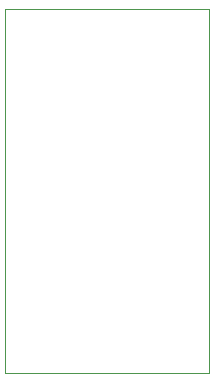
<source format=gbr>
%TF.GenerationSoftware,KiCad,Pcbnew,9.0.2*%
%TF.CreationDate,2025-07-02T23:55:56-04:00*%
%TF.ProjectId,strain-gauge,73747261-696e-42d6-9761-7567652e6b69,rev?*%
%TF.SameCoordinates,Original*%
%TF.FileFunction,Profile,NP*%
%FSLAX46Y46*%
G04 Gerber Fmt 4.6, Leading zero omitted, Abs format (unit mm)*
G04 Created by KiCad (PCBNEW 9.0.2) date 2025-07-02 23:55:56*
%MOMM*%
%LPD*%
G01*
G04 APERTURE LIST*
%TA.AperFunction,Profile*%
%ADD10C,0.050000*%
%TD*%
G04 APERTURE END LIST*
D10*
X83700000Y-81950000D02*
X100950000Y-81950000D01*
X100950000Y-112700000D01*
X83700000Y-112700000D01*
X83700000Y-81950000D01*
M02*

</source>
